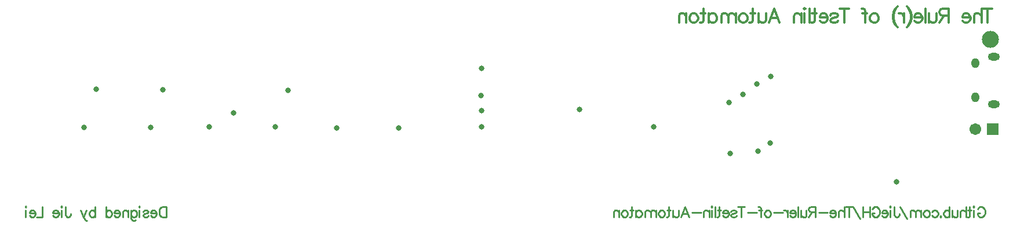
<source format=gbs>
%FSTAX23Y23*%
%MOIN*%
%SFA1B1*%

%IPPOS*%
%ADD10C,0.010000*%
%ADD45O,0.069020X0.043430*%
%ADD46O,0.045400X0.057210*%
%ADD47R,0.067060X0.067060*%
%ADD48C,0.067060*%
%ADD49C,0.033000*%
%ADD50C,0.098000*%
%ADD58C,0.013000*%
%LNpcb3-g-1*%
%LPD*%
G54D10*
X02242Y02706D02*
Y02646D01*
Y02706D02*
X02222D01*
X02213Y02703*
X02207Y02697*
X02204Y02692*
X02202Y02683*
Y02669*
X02204Y0266*
X02207Y02655*
X02213Y02649*
X02222Y02646*
X02242*
X02188Y02669D02*
X02154D01*
Y02675*
X02157Y0268*
X0216Y02683*
X02165Y02686*
X02174*
X0218Y02683*
X02185Y02677*
X02188Y02669*
Y02663*
X02185Y02655*
X0218Y02649*
X02174Y02646*
X02165*
X0216Y02649*
X02154Y02655*
X0211Y02677D02*
X02112Y02683D01*
X02121Y02686*
X0213*
X02138Y02683*
X02141Y02677*
X02138Y02672*
X02132Y02669*
X02118Y02666*
X02112Y02663*
X0211Y02657*
Y02655*
X02112Y02649*
X02121Y02646*
X0213*
X02138Y02649*
X02141Y02655*
X02091Y02706D02*
X02088Y02703D01*
X02086Y02706*
X02088Y02709*
X02091Y02706*
X02088Y02686D02*
Y02646D01*
X02041Y02686D02*
Y0264D01*
X02044Y02632*
X02046Y02629*
X02052Y02626*
X02061*
X02066Y02629*
X02041Y02677D02*
X02046Y02683D01*
X02052Y02686*
X02061*
X02066Y02683*
X02072Y02677*
X02075Y02669*
Y02663*
X02072Y02655*
X02066Y02649*
X02061Y02646*
X02052*
X02046Y02649*
X02041Y02655*
X02025Y02686D02*
Y02646D01*
Y02675D02*
X02016Y02683D01*
X0201Y02686*
X02002*
X01996Y02683*
X01993Y02675*
Y02646*
X01978Y02669D02*
X01943D01*
Y02675*
X01946Y0268*
X01949Y02683*
X01955Y02686*
X01963*
X01969Y02683*
X01975Y02677*
X01978Y02669*
Y02663*
X01975Y02655*
X01969Y02649*
X01963Y02646*
X01955*
X01949Y02649*
X01943Y02655*
X01896Y02706D02*
Y02646D01*
Y02677D02*
X01902Y02683D01*
X01908Y02686*
X01916*
X01922Y02683*
X01928Y02677*
X0193Y02669*
Y02663*
X01928Y02655*
X01922Y02649*
X01916Y02646*
X01908*
X01902Y02649*
X01896Y02655*
X01833Y02706D02*
Y02646D01*
Y02677D02*
X01827Y02683D01*
X01822Y02686*
X01813*
X01807Y02683*
X01802Y02677*
X01799Y02669*
Y02663*
X01802Y02655*
X01807Y02649*
X01813Y02646*
X01822*
X01827Y02649*
X01833Y02655*
X01783Y02686D02*
X01766Y02646D01*
X01749Y02686D02*
X01766Y02646D01*
X01772Y02635*
X01777Y02629*
X01783Y02626*
X01786*
X01663Y02706D02*
Y0266D01*
X01666Y02652*
X01669Y02649*
X01674Y02646*
X0168*
X01686Y02649*
X01689Y02652*
X01692Y0266*
Y02666*
X01642Y02706D02*
X01639Y02703D01*
X01636Y02706*
X01639Y02709*
X01642Y02706*
X01639Y02686D02*
Y02646D01*
X01626Y02669D02*
X01591D01*
Y02675*
X01594Y0268*
X01597Y02683*
X01603Y02686*
X01611*
X01617Y02683*
X01623Y02677*
X01626Y02669*
Y02663*
X01623Y02655*
X01617Y02649*
X01611Y02646*
X01603*
X01597Y02649*
X01591Y02655*
X01531Y02706D02*
Y02646D01*
X01497*
X01491Y02669D02*
X01456D01*
Y02675*
X01459Y0268*
X01462Y02683*
X01468Y02686*
X01476*
X01482Y02683*
X01488Y02677*
X01491Y02669*
Y02663*
X01488Y02655*
X01482Y02649*
X01476Y02646*
X01468*
X01462Y02649*
X01456Y02655*
X01438Y02706D02*
X01435Y02703D01*
X01432Y02706*
X01435Y02709*
X01438Y02706*
X01435Y02686D02*
Y02646D01*
X0691Y02693D02*
X06913Y02698D01*
X06918Y02704*
X06924Y02707*
X06935*
X06941Y02704*
X06947Y02698*
X0695Y02693*
X06953Y02684*
Y0267*
X0695Y02661*
X06947Y02656*
X06941Y0265*
X06935Y02647*
X06924*
X06918Y0265*
X06913Y02656*
X0691Y02661*
Y0267*
X06924D02*
X0691D01*
X0689Y02707D02*
X06887Y02704D01*
X06885Y02707*
X06887Y0271*
X0689Y02707*
X06887Y02687D02*
Y02647D01*
X06865Y02707D02*
Y02658D01*
X06863Y0265*
X06857Y02647*
X06851*
X06874Y02687D02*
X06854D01*
X06843Y02707D02*
Y02647D01*
Y02676D02*
X06834Y02684D01*
X06828Y02687*
X0682*
X06814Y02684*
X06811Y02676*
Y02647*
X06795Y02687D02*
Y02658D01*
X06793Y0265*
X06787Y02647*
X06778*
X06773Y0265*
X06764Y02658*
Y02687D02*
Y02647D01*
X06748Y02707D02*
Y02647D01*
Y02678D02*
X06743Y02684D01*
X06737Y02687*
X06728*
X06723Y02684*
X06717Y02678*
X06714Y0267*
Y02664*
X06717Y02656*
X06723Y0265*
X06728Y02647*
X06737*
X06743Y0265*
X06748Y02656*
X06698Y02653D02*
X06701Y0265D01*
X06698Y02647*
X06695Y0265*
X06698Y02653*
X06648Y02678D02*
X06654Y02684D01*
X06659Y02687*
X06668*
X06674Y02684*
X06679Y02678*
X06682Y0267*
Y02664*
X06679Y02656*
X06674Y0265*
X06668Y02647*
X06659*
X06654Y0265*
X06648Y02656*
X06621Y02687D02*
X06627Y02684D01*
X06632Y02678*
X06635Y0267*
Y02664*
X06632Y02656*
X06627Y0265*
X06621Y02647*
X06612*
X06607Y0265*
X06601Y02656*
X06598Y02664*
Y0267*
X06601Y02678*
X06607Y02684*
X06612Y02687*
X06621*
X06585D02*
Y02647D01*
Y02676D02*
X06576Y02684D01*
X06571Y02687*
X06562*
X06556Y02684*
X06553Y02676*
Y02647*
Y02676D02*
X06545Y02684D01*
X06539Y02687*
X06531*
X06525Y02684*
X06522Y02676*
Y02647*
X06503Y02638D02*
X06463Y02707D01*
X06431D02*
Y02661D01*
X06433Y02653*
X06436Y0265*
X06442Y02647*
X06448*
X06453Y0265*
X06456Y02653*
X06459Y02661*
Y02667*
X06409Y02707D02*
X06407Y02704D01*
X06404Y02707*
X06407Y0271*
X06409Y02707*
X06407Y02687D02*
Y02647D01*
X06393Y0267D02*
X06359D01*
Y02676*
X06362Y02681*
X06365Y02684*
X0637Y02687*
X06379*
X06385Y02684*
X0639Y02678*
X06393Y0267*
Y02664*
X0639Y02656*
X06385Y0265*
X06379Y02647*
X0637*
X06365Y0265*
X06359Y02656*
X06303Y02693D02*
X06306Y02698D01*
X06312Y02704*
X06317Y02707*
X06329*
X06335Y02704*
X0634Y02698*
X06343Y02693*
X06346Y02684*
Y0267*
X06343Y02661*
X0634Y02656*
X06335Y0265*
X06329Y02647*
X06317*
X06312Y0265*
X06306Y02656*
X06303Y02661*
Y0267*
X06317D02*
X06303D01*
X0629Y02707D02*
Y02647D01*
X0625Y02707D02*
Y02647D01*
X0629Y02678D02*
X0625D01*
X06233Y02638D02*
X06193Y02707D01*
X06169D02*
Y02647D01*
X06189Y02707D02*
X06149D01*
X06142D02*
Y02647D01*
Y02676D02*
X06133Y02684D01*
X06128Y02687*
X06119*
X06113Y02684*
X0611Y02676*
Y02647*
X06095Y0267D02*
X0606D01*
Y02676*
X06063Y02681*
X06066Y02684*
X06072Y02687*
X0608*
X06086Y02684*
X06092Y02678*
X06095Y0267*
Y02664*
X06092Y02656*
X06086Y0265*
X0608Y02647*
X06072*
X06066Y0265*
X0606Y02656*
X06048Y02673D02*
X05996D01*
X05978Y02707D02*
Y02647D01*
Y02707D02*
X05953D01*
X05944Y02704*
X05941Y02701*
X05938Y02696*
Y0269*
X05941Y02684*
X05944Y02681*
X05953Y02678*
X05978*
X05958D02*
X05938Y02647D01*
X05925Y02687D02*
Y02658D01*
X05922Y0265*
X05916Y02647*
X05908*
X05902Y0265*
X05894Y02658*
Y02687D02*
Y02647D01*
X05878Y02707D02*
Y02647D01*
X05865Y0267D02*
X05831D01*
Y02676*
X05834Y02681*
X05837Y02684*
X05842Y02687*
X05851*
X05857Y02684*
X05862Y02678*
X05865Y0267*
Y02664*
X05862Y02656*
X05857Y0265*
X05851Y02647*
X05842*
X05837Y0265*
X05831Y02656*
X05818Y02687D02*
Y02647D01*
Y0267D02*
X05815Y02678D01*
X0581Y02684*
X05804Y02687*
X05795*
X0579Y02673D02*
X05738D01*
X05706Y02687D02*
X05712Y02684D01*
X05718Y02678*
X05721Y0267*
Y02664*
X05718Y02656*
X05712Y0265*
X05706Y02647*
X05698*
X05692Y0265*
X05686Y02656*
X05684Y02664*
Y0267*
X05686Y02678*
X05692Y02684*
X05698Y02687*
X05706*
X05648Y02707D02*
X05653D01*
X05659Y02704*
X05662Y02696*
Y02647*
X0567Y02687D02*
X0565D01*
X05639Y02673D02*
X05588D01*
X0555Y02707D02*
Y02647D01*
X0557Y02707D02*
X0553D01*
X05491Y02678D02*
X05494Y02684D01*
X05503Y02687*
X05511*
X0552Y02684*
X05523Y02678*
X0552Y02673*
X05514Y0267*
X055Y02667*
X05494Y02664*
X05491Y02658*
Y02656*
X05494Y0265*
X05503Y02647*
X05511*
X0552Y0265*
X05523Y02656*
X05479Y0267D02*
X05445D01*
Y02676*
X05447Y02681*
X0545Y02684*
X05456Y02687*
X05465*
X0547Y02684*
X05476Y02678*
X05479Y0267*
Y02664*
X05476Y02656*
X0547Y0265*
X05465Y02647*
X05456*
X0545Y0265*
X05445Y02656*
X05423Y02707D02*
Y02658D01*
X0542Y0265*
X05415Y02647*
X05409*
X05432Y02687D02*
X05412D01*
X054Y02707D02*
Y02647D01*
X05382Y02707D02*
X05379Y02704D01*
X05376Y02707*
X05379Y0271*
X05382Y02707*
X05379Y02687D02*
Y02647D01*
X05366Y02687D02*
Y02647D01*
Y02676D02*
X05357Y02684D01*
X05351Y02687*
X05343*
X05337Y02684*
X05334Y02676*
Y02647*
X05319Y02673D02*
X05267D01*
X05204Y02647D02*
X05227Y02707D01*
X05249Y02647*
X05241Y02667D02*
X05212D01*
X0519Y02687D02*
Y02658D01*
X05187Y0265*
X05181Y02647*
X05173*
X05167Y0265*
X05158Y02658*
Y02687D02*
Y02647D01*
X05134Y02707D02*
Y02658D01*
X05131Y0265*
X05125Y02647*
X0512*
X05143Y02687D02*
X05123D01*
X05097D02*
X05103Y02684D01*
X05108Y02678*
X05111Y0267*
Y02664*
X05108Y02656*
X05103Y0265*
X05097Y02647*
X05088*
X05083Y0265*
X05077Y02656*
X05074Y02664*
Y0267*
X05077Y02678*
X05083Y02684*
X05088Y02687*
X05097*
X05061D02*
Y02647D01*
Y02676D02*
X05052Y02684D01*
X05047Y02687*
X05038*
X05032Y02684*
X05029Y02676*
Y02647*
Y02676D02*
X05021Y02684D01*
X05015Y02687*
X05007*
X05001Y02684*
X04998Y02676*
Y02647*
X04945Y02687D02*
Y02647D01*
Y02678D02*
X04951Y02684D01*
X04956Y02687*
X04965*
X04971Y02684*
X04976Y02678*
X04979Y0267*
Y02664*
X04976Y02656*
X04971Y0265*
X04965Y02647*
X04956*
X04951Y0265*
X04945Y02656*
X0492Y02707D02*
Y02658D01*
X04918Y0265*
X04912Y02647*
X04906*
X04929Y02687D02*
X04909D01*
X04883D02*
X04889Y02684D01*
X04895Y02678*
X04898Y0267*
Y02664*
X04895Y02656*
X04889Y0265*
X04883Y02647*
X04875*
X04869Y0265*
X04863Y02656*
X0486Y02664*
Y0267*
X04863Y02678*
X04869Y02684*
X04875Y02687*
X04883*
X04847D02*
Y02647D01*
Y02676D02*
X04839Y02684D01*
X04833Y02687*
X04824*
X04819Y02684*
X04816Y02676*
Y02647*
G54D45*
X07003Y03295D03*
Y03571D03*
G54D46*
X06896Y03335D03*
Y03532D03*
G54D47*
X06998Y03152D03*
G54D48*
X06898Y03152D03*
G54D49*
X02631Y03248D03*
X02153Y03163D03*
X0177D03*
X03223Y0316D03*
X0287Y03167D03*
X02489Y03165D03*
X0358Y0316D03*
X04057Y03503D03*
X04054Y03346D03*
X04058Y03166D03*
X04056Y03259D03*
X04621Y03267D03*
X06445Y02849D03*
X05047Y03167D03*
X05487Y03014D03*
X05646Y03028D03*
X05717Y03073D03*
X01841Y03382D03*
X02224Y03381D03*
X02945Y03377D03*
X0556Y03354D03*
X05721Y03458D03*
X0564Y03413D03*
X0548Y03307D03*
G54D50*
X06985Y0367D03*
G54D58*
X06968Y03845D02*
Y03766D01*
X06995Y03845D02*
X06941D01*
X06932D02*
Y03766D01*
Y03804D02*
X0692Y03815D01*
X06913Y03819*
X06901*
X06894Y03815*
X0689Y03804*
Y03766*
X06869Y03796D02*
X06823D01*
Y03804*
X06827Y03811*
X06831Y03815*
X06838Y03819*
X0685*
X06857Y03815*
X06865Y03807*
X06869Y03796*
Y03788*
X06865Y03777*
X06857Y03769*
X0685Y03766*
X06838*
X06831Y03769*
X06823Y03777*
X06743Y03845D02*
Y03766D01*
Y03845D02*
X06709D01*
X06697Y03842*
X06694Y03838*
X0669Y0383*
Y03823*
X06694Y03815*
X06697Y03811*
X06709Y03807*
X06743*
X06716D02*
X0669Y03766D01*
X06672Y03819D02*
Y03781D01*
X06668Y03769*
X0666Y03766*
X06649*
X06641Y03769*
X0663Y03781*
Y03819D02*
Y03766D01*
X06609Y03845D02*
Y03766D01*
X06592Y03796D02*
X06547D01*
Y03804*
X0655Y03811*
X06554Y03815*
X06562Y03819*
X06573*
X06581Y03815*
X06588Y03807*
X06592Y03796*
Y03788*
X06588Y03777*
X06581Y03769*
X06573Y03766*
X06562*
X06554Y03769*
X06547Y03777*
X06503Y03861D02*
X0651Y03853D01*
X06518Y03842*
X06526Y03826*
X06529Y03807*
Y03792*
X06526Y03773*
X06518Y03758*
X0651Y03746*
X06503Y03739*
X0651Y03853D02*
X06518Y03838D01*
X06522Y03826*
X06526Y03807*
Y03792*
X06522Y03773*
X06518Y03762*
X0651Y03746*
X06488Y03819D02*
Y03766D01*
Y03796D02*
X06484Y03807D01*
X06476Y03815*
X06469Y03819*
X06457*
X0645Y03861D02*
X06442Y03853D01*
X06435Y03842*
X06427Y03826*
X06423Y03807*
Y03792*
X06427Y03773*
X06435Y03758*
X06442Y03746*
X0645Y03739*
X06442Y03853D02*
X06435Y03838D01*
X06431Y03826*
X06427Y03807*
Y03792*
X06431Y03773*
X06435Y03762*
X06442Y03746*
X06322Y03819D02*
X0633Y03815D01*
X06337Y03807*
X06341Y03796*
Y03788*
X06337Y03777*
X0633Y03769*
X06322Y03766*
X0631*
X06303Y03769*
X06295Y03777*
X06291Y03788*
Y03796*
X06295Y03807*
X06303Y03815*
X0631Y03819*
X06322*
X06243Y03845D02*
X06251D01*
X06259Y03842*
X06262Y0383*
Y03766*
X06274Y03819D02*
X06247D01*
X06142Y03845D02*
Y03766D01*
X06169Y03845D02*
X06116D01*
X06064Y03807D02*
X06068Y03815D01*
X0608Y03819*
X06091*
X06103Y03815*
X06106Y03807*
X06103Y038*
X06095Y03796*
X06076Y03792*
X06068Y03788*
X06064Y03781*
Y03777*
X06068Y03769*
X0608Y03766*
X06091*
X06103Y03769*
X06106Y03777*
X06048Y03796D02*
X06002D01*
Y03804*
X06006Y03811*
X0601Y03815*
X06017Y03819*
X06029*
X06036Y03815*
X06044Y03807*
X06048Y03796*
Y03788*
X06044Y03777*
X06036Y03769*
X06029Y03766*
X06017*
X0601Y03769*
X06002Y03777*
X05973Y03845D02*
Y03781D01*
X0597Y03769*
X05962Y03766*
X05954*
X05985Y03819D02*
X05958D01*
X05943Y03845D02*
Y03766D01*
X05919Y03845D02*
X05915Y03842D01*
X05911Y03845*
X05915Y03849*
X05919Y03845*
X05915Y03819D02*
Y03766D01*
X05897Y03819D02*
Y03766D01*
Y03804D02*
X05885Y03815D01*
X05878Y03819*
X05866*
X05859Y03815*
X05855Y03804*
Y03766*
X0571D02*
X05741Y03845D01*
X05771Y03766*
X0576Y03792D02*
X05722D01*
X05692Y03819D02*
Y03781D01*
X05688Y03769*
X0568Y03766*
X05669*
X05661Y03769*
X0565Y03781*
Y03819D02*
Y03766D01*
X05617Y03845D02*
Y03781D01*
X05613Y03769*
X05606Y03766*
X05598*
X05629Y03819D02*
X05602D01*
X05568D02*
X05575Y03815D01*
X05583Y03807*
X05587Y03796*
Y03788*
X05583Y03777*
X05575Y03769*
X05568Y03766*
X05556*
X05549Y03769*
X05541Y03777*
X05537Y03788*
Y03796*
X05541Y03807*
X05549Y03815*
X05556Y03819*
X05568*
X0552D02*
Y03766D01*
Y03804D02*
X05508Y03815D01*
X05501Y03819*
X05489*
X05482Y03815*
X05478Y03804*
Y03766*
Y03804D02*
X05466Y03815D01*
X05459Y03819*
X05447*
X0544Y03815*
X05436Y03804*
Y03766*
X05365Y03819D02*
Y03766D01*
Y03807D02*
X05373Y03815D01*
X0538Y03819*
X05392*
X05399Y03815*
X05407Y03807*
X05411Y03796*
Y03788*
X05407Y03777*
X05399Y03769*
X05392Y03766*
X0538*
X05373Y03769*
X05365Y03777*
X05332Y03845D02*
Y03781D01*
X05329Y03769*
X05321Y03766*
X05313*
X05344Y03819D02*
X05317D01*
X05283D02*
X0529Y03815D01*
X05298Y03807*
X05302Y03796*
Y03788*
X05298Y03777*
X0529Y03769*
X05283Y03766*
X05271*
X05264Y03769*
X05256Y03777*
X05252Y03788*
Y03796*
X05256Y03807*
X05264Y03815*
X05271Y03819*
X05283*
X05235D02*
Y03766D01*
Y03804D02*
X05223Y03815D01*
X05216Y03819*
X05204*
X05197Y03815*
X05193Y03804*
Y03766*
M02*
</source>
